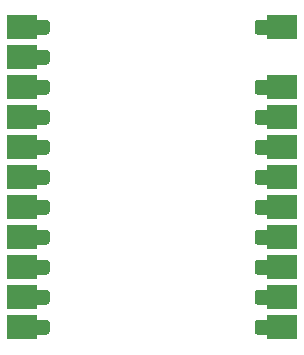
<source format=gbs>
G04 #@! TF.GenerationSoftware,KiCad,Pcbnew,9.0.1+1*
G04 #@! TF.CreationDate,2025-11-11T14:39:29+00:00*
G04 #@! TF.ProjectId,audio-codec,61756469-6f2d-4636-9f64-65632e6b6963,rev?*
G04 #@! TF.SameCoordinates,Original*
G04 #@! TF.FileFunction,Soldermask,Bot*
G04 #@! TF.FilePolarity,Negative*
%FSLAX46Y46*%
G04 Gerber Fmt 4.6, Leading zero omitted, Abs format (unit mm)*
G04 Created by KiCad (PCBNEW 9.0.1+1) date 2025-11-11 14:39:29*
%MOMM*%
%LPD*%
G01*
G04 APERTURE LIST*
%ADD10R,2.540000X2.000000*%
G04 APERTURE END LIST*
D10*
X94693570Y-49864241D03*
G36*
G01*
X92368570Y-50239241D02*
X92368570Y-49489241D01*
G75*
G02*
X92618570Y-49239241I250000J0D01*
G01*
X93368570Y-49239241D01*
G75*
G02*
X93618570Y-49489241I0J-250000D01*
G01*
X93618570Y-50239241D01*
G75*
G02*
X93368570Y-50489241I-250000J0D01*
G01*
X92618570Y-50489241D01*
G75*
G02*
X92368570Y-50239241I0J250000D01*
G01*
G37*
X94693570Y-54944241D03*
G36*
G01*
X92368570Y-55319241D02*
X92368570Y-54569241D01*
G75*
G02*
X92618570Y-54319241I250000J0D01*
G01*
X93368570Y-54319241D01*
G75*
G02*
X93618570Y-54569241I0J-250000D01*
G01*
X93618570Y-55319241D01*
G75*
G02*
X93368570Y-55569241I-250000J0D01*
G01*
X92618570Y-55569241D01*
G75*
G02*
X92368570Y-55319241I0J250000D01*
G01*
G37*
X94693570Y-57484241D03*
G36*
G01*
X92368570Y-57859241D02*
X92368570Y-57109241D01*
G75*
G02*
X92618570Y-56859241I250000J0D01*
G01*
X93368570Y-56859241D01*
G75*
G02*
X93618570Y-57109241I0J-250000D01*
G01*
X93618570Y-57859241D01*
G75*
G02*
X93368570Y-58109241I-250000J0D01*
G01*
X92618570Y-58109241D01*
G75*
G02*
X92368570Y-57859241I0J250000D01*
G01*
G37*
X94693570Y-60024241D03*
G36*
G01*
X92368570Y-60399241D02*
X92368570Y-59649241D01*
G75*
G02*
X92618570Y-59399241I250000J0D01*
G01*
X93368570Y-59399241D01*
G75*
G02*
X93618570Y-59649241I0J-250000D01*
G01*
X93618570Y-60399241D01*
G75*
G02*
X93368570Y-60649241I-250000J0D01*
G01*
X92618570Y-60649241D01*
G75*
G02*
X92368570Y-60399241I0J250000D01*
G01*
G37*
X94693570Y-62564241D03*
G36*
G01*
X92368570Y-62939241D02*
X92368570Y-62189241D01*
G75*
G02*
X92618570Y-61939241I250000J0D01*
G01*
X93368570Y-61939241D01*
G75*
G02*
X93618570Y-62189241I0J-250000D01*
G01*
X93618570Y-62939241D01*
G75*
G02*
X93368570Y-63189241I-250000J0D01*
G01*
X92618570Y-63189241D01*
G75*
G02*
X92368570Y-62939241I0J250000D01*
G01*
G37*
X94693570Y-65104241D03*
G36*
G01*
X92368570Y-65479241D02*
X92368570Y-64729241D01*
G75*
G02*
X92618570Y-64479241I250000J0D01*
G01*
X93368570Y-64479241D01*
G75*
G02*
X93618570Y-64729241I0J-250000D01*
G01*
X93618570Y-65479241D01*
G75*
G02*
X93368570Y-65729241I-250000J0D01*
G01*
X92618570Y-65729241D01*
G75*
G02*
X92368570Y-65479241I0J250000D01*
G01*
G37*
X94693570Y-67644241D03*
G36*
G01*
X92368570Y-68019241D02*
X92368570Y-67269241D01*
G75*
G02*
X92618570Y-67019241I250000J0D01*
G01*
X93368570Y-67019241D01*
G75*
G02*
X93618570Y-67269241I0J-250000D01*
G01*
X93618570Y-68019241D01*
G75*
G02*
X93368570Y-68269241I-250000J0D01*
G01*
X92618570Y-68269241D01*
G75*
G02*
X92368570Y-68019241I0J250000D01*
G01*
G37*
X94693570Y-70184241D03*
G36*
G01*
X92368570Y-70559241D02*
X92368570Y-69809241D01*
G75*
G02*
X92618570Y-69559241I250000J0D01*
G01*
X93368570Y-69559241D01*
G75*
G02*
X93618570Y-69809241I0J-250000D01*
G01*
X93618570Y-70559241D01*
G75*
G02*
X93368570Y-70809241I-250000J0D01*
G01*
X92618570Y-70809241D01*
G75*
G02*
X92368570Y-70559241I0J250000D01*
G01*
G37*
X94693570Y-72724241D03*
G36*
G01*
X92368570Y-73099241D02*
X92368570Y-72349241D01*
G75*
G02*
X92618570Y-72099241I250000J0D01*
G01*
X93368570Y-72099241D01*
G75*
G02*
X93618570Y-72349241I0J-250000D01*
G01*
X93618570Y-73099241D01*
G75*
G02*
X93368570Y-73349241I-250000J0D01*
G01*
X92618570Y-73349241D01*
G75*
G02*
X92368570Y-73099241I0J250000D01*
G01*
G37*
X94693570Y-75264241D03*
G36*
G01*
X92368570Y-75639241D02*
X92368570Y-74889241D01*
G75*
G02*
X92618570Y-74639241I250000J0D01*
G01*
X93368570Y-74639241D01*
G75*
G02*
X93618570Y-74889241I0J-250000D01*
G01*
X93618570Y-75639241D01*
G75*
G02*
X93368570Y-75889241I-250000J0D01*
G01*
X92618570Y-75889241D01*
G75*
G02*
X92368570Y-75639241I0J250000D01*
G01*
G37*
G36*
G01*
X73768570Y-50239241D02*
X73768570Y-49489241D01*
G75*
G02*
X74018570Y-49239241I250000J0D01*
G01*
X74768570Y-49239241D01*
G75*
G02*
X75018570Y-49489241I0J-250000D01*
G01*
X75018570Y-50239241D01*
G75*
G02*
X74768570Y-50489241I-250000J0D01*
G01*
X74018570Y-50489241D01*
G75*
G02*
X73768570Y-50239241I0J250000D01*
G01*
G37*
X72693570Y-49864241D03*
G36*
G01*
X73768570Y-52779241D02*
X73768570Y-52029241D01*
G75*
G02*
X74018570Y-51779241I250000J0D01*
G01*
X74768570Y-51779241D01*
G75*
G02*
X75018570Y-52029241I0J-250000D01*
G01*
X75018570Y-52779241D01*
G75*
G02*
X74768570Y-53029241I-250000J0D01*
G01*
X74018570Y-53029241D01*
G75*
G02*
X73768570Y-52779241I0J250000D01*
G01*
G37*
X72693570Y-52404241D03*
G36*
G01*
X73768570Y-55319241D02*
X73768570Y-54569241D01*
G75*
G02*
X74018570Y-54319241I250000J0D01*
G01*
X74768570Y-54319241D01*
G75*
G02*
X75018570Y-54569241I0J-250000D01*
G01*
X75018570Y-55319241D01*
G75*
G02*
X74768570Y-55569241I-250000J0D01*
G01*
X74018570Y-55569241D01*
G75*
G02*
X73768570Y-55319241I0J250000D01*
G01*
G37*
X72693570Y-54944241D03*
G36*
G01*
X73768570Y-57859241D02*
X73768570Y-57109241D01*
G75*
G02*
X74018570Y-56859241I250000J0D01*
G01*
X74768570Y-56859241D01*
G75*
G02*
X75018570Y-57109241I0J-250000D01*
G01*
X75018570Y-57859241D01*
G75*
G02*
X74768570Y-58109241I-250000J0D01*
G01*
X74018570Y-58109241D01*
G75*
G02*
X73768570Y-57859241I0J250000D01*
G01*
G37*
X72693570Y-57484241D03*
G36*
G01*
X73768570Y-60399241D02*
X73768570Y-59649241D01*
G75*
G02*
X74018570Y-59399241I250000J0D01*
G01*
X74768570Y-59399241D01*
G75*
G02*
X75018570Y-59649241I0J-250000D01*
G01*
X75018570Y-60399241D01*
G75*
G02*
X74768570Y-60649241I-250000J0D01*
G01*
X74018570Y-60649241D01*
G75*
G02*
X73768570Y-60399241I0J250000D01*
G01*
G37*
X72693570Y-60024241D03*
G36*
G01*
X73768570Y-62939241D02*
X73768570Y-62189241D01*
G75*
G02*
X74018570Y-61939241I250000J0D01*
G01*
X74768570Y-61939241D01*
G75*
G02*
X75018570Y-62189241I0J-250000D01*
G01*
X75018570Y-62939241D01*
G75*
G02*
X74768570Y-63189241I-250000J0D01*
G01*
X74018570Y-63189241D01*
G75*
G02*
X73768570Y-62939241I0J250000D01*
G01*
G37*
X72693570Y-62564241D03*
G36*
G01*
X73768570Y-65479241D02*
X73768570Y-64729241D01*
G75*
G02*
X74018570Y-64479241I250000J0D01*
G01*
X74768570Y-64479241D01*
G75*
G02*
X75018570Y-64729241I0J-250000D01*
G01*
X75018570Y-65479241D01*
G75*
G02*
X74768570Y-65729241I-250000J0D01*
G01*
X74018570Y-65729241D01*
G75*
G02*
X73768570Y-65479241I0J250000D01*
G01*
G37*
X72693570Y-65104241D03*
G36*
G01*
X73768570Y-68019241D02*
X73768570Y-67269241D01*
G75*
G02*
X74018570Y-67019241I250000J0D01*
G01*
X74768570Y-67019241D01*
G75*
G02*
X75018570Y-67269241I0J-250000D01*
G01*
X75018570Y-68019241D01*
G75*
G02*
X74768570Y-68269241I-250000J0D01*
G01*
X74018570Y-68269241D01*
G75*
G02*
X73768570Y-68019241I0J250000D01*
G01*
G37*
X72693570Y-67644241D03*
G36*
G01*
X73768570Y-70559241D02*
X73768570Y-69809241D01*
G75*
G02*
X74018570Y-69559241I250000J0D01*
G01*
X74768570Y-69559241D01*
G75*
G02*
X75018570Y-69809241I0J-250000D01*
G01*
X75018570Y-70559241D01*
G75*
G02*
X74768570Y-70809241I-250000J0D01*
G01*
X74018570Y-70809241D01*
G75*
G02*
X73768570Y-70559241I0J250000D01*
G01*
G37*
X72693570Y-70184241D03*
G36*
G01*
X73768570Y-73099241D02*
X73768570Y-72349241D01*
G75*
G02*
X74018570Y-72099241I250000J0D01*
G01*
X74768570Y-72099241D01*
G75*
G02*
X75018570Y-72349241I0J-250000D01*
G01*
X75018570Y-73099241D01*
G75*
G02*
X74768570Y-73349241I-250000J0D01*
G01*
X74018570Y-73349241D01*
G75*
G02*
X73768570Y-73099241I0J250000D01*
G01*
G37*
X72693570Y-72724241D03*
G36*
G01*
X73768570Y-75639241D02*
X73768570Y-74889241D01*
G75*
G02*
X74018570Y-74639241I250000J0D01*
G01*
X74768570Y-74639241D01*
G75*
G02*
X75018570Y-74889241I0J-250000D01*
G01*
X75018570Y-75639241D01*
G75*
G02*
X74768570Y-75889241I-250000J0D01*
G01*
X74018570Y-75889241D01*
G75*
G02*
X73768570Y-75639241I0J250000D01*
G01*
G37*
X72693570Y-75264241D03*
M02*

</source>
